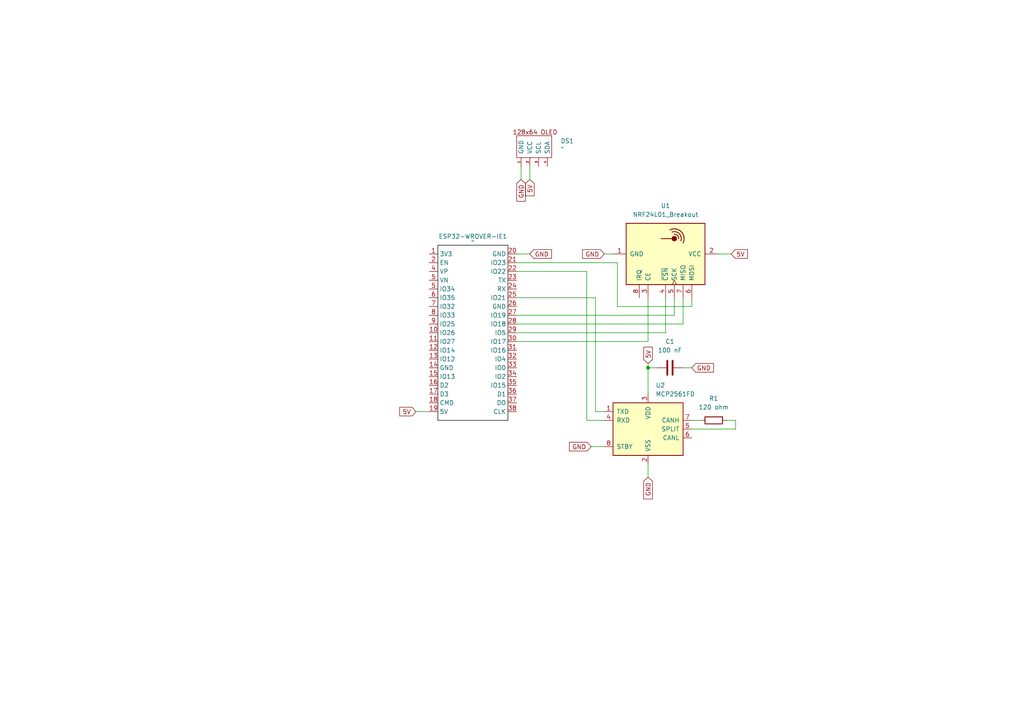
<source format=kicad_sch>
(kicad_sch
	(version 20231120)
	(generator "eeschema")
	(generator_version "8.0")
	(uuid "8a9b918f-c6d2-491a-b2b9-1e2ab7f22792")
	(paper "A4")
	(lib_symbols
		(symbol "Bread:OLED_128x64"
			(pin_names
				(offset 1.016)
			)
			(exclude_from_sim no)
			(in_bom yes)
			(on_board yes)
			(property "Reference" "DS"
				(at -6.604 2.032 0)
				(effects
					(font
						(size 1.27 1.27)
					)
				)
			)
			(property "Value" ""
				(at -6.35 -2.54 0)
				(effects
					(font
						(size 1.27 1.27)
					)
				)
			)
			(property "Footprint" ""
				(at -6.35 -2.54 0)
				(effects
					(font
						(size 1.27 1.27)
					)
					(hide yes)
				)
			)
			(property "Datasheet" ""
				(at -6.35 -2.54 0)
				(effects
					(font
						(size 1.27 1.27)
					)
					(hide yes)
				)
			)
			(property "Description" ""
				(at -6.35 -2.54 0)
				(effects
					(font
						(size 1.27 1.27)
					)
					(hide yes)
				)
			)
			(symbol "OLED_128x64_1_1"
				(rectangle
					(start -11.43 -1.27)
					(end -1.27 -7.62)
					(stroke
						(width 0)
						(type default)
					)
					(fill
						(type none)
					)
				)
				(text "128x64 OLED"
					(at -6.096 -0.254 0)
					(effects
						(font
							(size 1.27 1.27)
						)
					)
				)
				(pin power_in line
					(at -10.16 -10.16 90)
					(length 2.54)
					(name "GND"
						(effects
							(font
								(size 1.27 1.27)
							)
						)
					)
					(number "1"
						(effects
							(font
								(size 0.635 0.635)
							)
						)
					)
				)
				(pin power_in line
					(at -7.62 -10.16 90)
					(length 2.54)
					(name "VCC"
						(effects
							(font
								(size 1.27 1.27)
							)
						)
					)
					(number "2"
						(effects
							(font
								(size 0.635 0.635)
							)
						)
					)
				)
				(pin bidirectional line
					(at -5.08 -10.16 90)
					(length 2.54)
					(name "SCL"
						(effects
							(font
								(size 1.27 1.27)
							)
						)
					)
					(number "3"
						(effects
							(font
								(size 0.635 0.635)
							)
						)
					)
				)
				(pin bidirectional line
					(at -2.54 -10.16 90)
					(length 2.54)
					(name "SDA"
						(effects
							(font
								(size 1.27 1.27)
							)
						)
					)
					(number "4"
						(effects
							(font
								(size 0.635 0.635)
							)
						)
					)
				)
			)
		)
		(symbol "Device:C"
			(pin_numbers hide)
			(pin_names
				(offset 0.254)
			)
			(exclude_from_sim no)
			(in_bom yes)
			(on_board yes)
			(property "Reference" "C"
				(at 0.635 2.54 0)
				(effects
					(font
						(size 1.27 1.27)
					)
					(justify left)
				)
			)
			(property "Value" "C"
				(at 0.635 -2.54 0)
				(effects
					(font
						(size 1.27 1.27)
					)
					(justify left)
				)
			)
			(property "Footprint" ""
				(at 0.9652 -3.81 0)
				(effects
					(font
						(size 1.27 1.27)
					)
					(hide yes)
				)
			)
			(property "Datasheet" "~"
				(at 0 0 0)
				(effects
					(font
						(size 1.27 1.27)
					)
					(hide yes)
				)
			)
			(property "Description" "Unpolarized capacitor"
				(at 0 0 0)
				(effects
					(font
						(size 1.27 1.27)
					)
					(hide yes)
				)
			)
			(property "ki_keywords" "cap capacitor"
				(at 0 0 0)
				(effects
					(font
						(size 1.27 1.27)
					)
					(hide yes)
				)
			)
			(property "ki_fp_filters" "C_*"
				(at 0 0 0)
				(effects
					(font
						(size 1.27 1.27)
					)
					(hide yes)
				)
			)
			(symbol "C_0_1"
				(polyline
					(pts
						(xy -2.032 -0.762) (xy 2.032 -0.762)
					)
					(stroke
						(width 0.508)
						(type default)
					)
					(fill
						(type none)
					)
				)
				(polyline
					(pts
						(xy -2.032 0.762) (xy 2.032 0.762)
					)
					(stroke
						(width 0.508)
						(type default)
					)
					(fill
						(type none)
					)
				)
			)
			(symbol "C_1_1"
				(pin passive line
					(at 0 3.81 270)
					(length 2.794)
					(name "~"
						(effects
							(font
								(size 1.27 1.27)
							)
						)
					)
					(number "1"
						(effects
							(font
								(size 1.27 1.27)
							)
						)
					)
				)
				(pin passive line
					(at 0 -3.81 90)
					(length 2.794)
					(name "~"
						(effects
							(font
								(size 1.27 1.27)
							)
						)
					)
					(number "2"
						(effects
							(font
								(size 1.27 1.27)
							)
						)
					)
				)
			)
		)
		(symbol "Device:R"
			(pin_numbers hide)
			(pin_names
				(offset 0)
			)
			(exclude_from_sim no)
			(in_bom yes)
			(on_board yes)
			(property "Reference" "R"
				(at 2.032 0 90)
				(effects
					(font
						(size 1.27 1.27)
					)
				)
			)
			(property "Value" "R"
				(at 0 0 90)
				(effects
					(font
						(size 1.27 1.27)
					)
				)
			)
			(property "Footprint" ""
				(at -1.778 0 90)
				(effects
					(font
						(size 1.27 1.27)
					)
					(hide yes)
				)
			)
			(property "Datasheet" "~"
				(at 0 0 0)
				(effects
					(font
						(size 1.27 1.27)
					)
					(hide yes)
				)
			)
			(property "Description" "Resistor"
				(at 0 0 0)
				(effects
					(font
						(size 1.27 1.27)
					)
					(hide yes)
				)
			)
			(property "ki_keywords" "R res resistor"
				(at 0 0 0)
				(effects
					(font
						(size 1.27 1.27)
					)
					(hide yes)
				)
			)
			(property "ki_fp_filters" "R_*"
				(at 0 0 0)
				(effects
					(font
						(size 1.27 1.27)
					)
					(hide yes)
				)
			)
			(symbol "R_0_1"
				(rectangle
					(start -1.016 -2.54)
					(end 1.016 2.54)
					(stroke
						(width 0.254)
						(type default)
					)
					(fill
						(type none)
					)
				)
			)
			(symbol "R_1_1"
				(pin passive line
					(at 0 3.81 270)
					(length 1.27)
					(name "~"
						(effects
							(font
								(size 1.27 1.27)
							)
						)
					)
					(number "1"
						(effects
							(font
								(size 1.27 1.27)
							)
						)
					)
				)
				(pin passive line
					(at 0 -3.81 90)
					(length 1.27)
					(name "~"
						(effects
							(font
								(size 1.27 1.27)
							)
						)
					)
					(number "2"
						(effects
							(font
								(size 1.27 1.27)
							)
						)
					)
				)
			)
		)
		(symbol "Interface_CAN_LIN:MCP2561-E-MF"
			(pin_names
				(offset 1.016)
			)
			(exclude_from_sim no)
			(in_bom yes)
			(on_board yes)
			(property "Reference" "U"
				(at -10.16 8.89 0)
				(effects
					(font
						(size 1.27 1.27)
					)
					(justify left)
				)
			)
			(property "Value" "MCP2561-E-MF"
				(at 2.54 8.89 0)
				(effects
					(font
						(size 1.27 1.27)
					)
					(justify left)
				)
			)
			(property "Footprint" "Package_DFN_QFN:DFN-8-1EP_3x3mm_P0.65mm_EP1.55x2.4mm"
				(at 5.08 -17.78 0)
				(effects
					(font
						(size 1.27 1.27)
					)
					(justify left)
					(hide yes)
				)
			)
			(property "Datasheet" "http://ww1.microchip.com/downloads/en/DeviceDoc/25167A.pdf"
				(at 5.08 -15.24 0)
				(effects
					(font
						(size 1.27 1.27)
					)
					(justify left)
					(hide yes)
				)
			)
			(property "Description" "High-Speed CAN Transceiver, 1Mbps, 5V supply, SPLIT pin, -40C to +125C, DFN-8"
				(at 0 0 0)
				(effects
					(font
						(size 1.27 1.27)
					)
					(hide yes)
				)
			)
			(property "ki_keywords" "High-Speed CAN Transceiver"
				(at 0 0 0)
				(effects
					(font
						(size 1.27 1.27)
					)
					(hide yes)
				)
			)
			(property "ki_fp_filters" "DFN*1EP*3x3mm*P0.65mm*"
				(at 0 0 0)
				(effects
					(font
						(size 1.27 1.27)
					)
					(hide yes)
				)
			)
			(symbol "MCP2561-E-MF_0_1"
				(rectangle
					(start -10.16 7.62)
					(end 10.16 -7.62)
					(stroke
						(width 0.254)
						(type default)
					)
					(fill
						(type background)
					)
				)
			)
			(symbol "MCP2561-E-MF_1_1"
				(pin input line
					(at -12.7 5.08 0)
					(length 2.54)
					(name "TXD"
						(effects
							(font
								(size 1.27 1.27)
							)
						)
					)
					(number "1"
						(effects
							(font
								(size 1.27 1.27)
							)
						)
					)
				)
				(pin power_in line
					(at 0 -10.16 90)
					(length 2.54)
					(name "VSS"
						(effects
							(font
								(size 1.27 1.27)
							)
						)
					)
					(number "2"
						(effects
							(font
								(size 1.27 1.27)
							)
						)
					)
				)
				(pin power_in line
					(at 0 10.16 270)
					(length 2.54)
					(name "VDD"
						(effects
							(font
								(size 1.27 1.27)
							)
						)
					)
					(number "3"
						(effects
							(font
								(size 1.27 1.27)
							)
						)
					)
				)
				(pin output line
					(at -12.7 2.54 0)
					(length 2.54)
					(name "RXD"
						(effects
							(font
								(size 1.27 1.27)
							)
						)
					)
					(number "4"
						(effects
							(font
								(size 1.27 1.27)
							)
						)
					)
				)
				(pin passive line
					(at 12.7 0 180)
					(length 2.54)
					(name "SPLIT"
						(effects
							(font
								(size 1.27 1.27)
							)
						)
					)
					(number "5"
						(effects
							(font
								(size 1.27 1.27)
							)
						)
					)
				)
				(pin bidirectional line
					(at 12.7 -2.54 180)
					(length 2.54)
					(name "CANL"
						(effects
							(font
								(size 1.27 1.27)
							)
						)
					)
					(number "6"
						(effects
							(font
								(size 1.27 1.27)
							)
						)
					)
				)
				(pin bidirectional line
					(at 12.7 2.54 180)
					(length 2.54)
					(name "CANH"
						(effects
							(font
								(size 1.27 1.27)
							)
						)
					)
					(number "7"
						(effects
							(font
								(size 1.27 1.27)
							)
						)
					)
				)
				(pin input line
					(at -12.7 -5.08 0)
					(length 2.54)
					(name "STBY"
						(effects
							(font
								(size 1.27 1.27)
							)
						)
					)
					(number "8"
						(effects
							(font
								(size 1.27 1.27)
							)
						)
					)
				)
				(pin passive line
					(at 0 -10.16 90)
					(length 2.54) hide
					(name "VSS"
						(effects
							(font
								(size 1.27 1.27)
							)
						)
					)
					(number "9"
						(effects
							(font
								(size 1.27 1.27)
							)
						)
					)
				)
			)
		)
		(symbol "RF:NRF24L01_Breakout"
			(pin_names
				(offset 1.016)
			)
			(exclude_from_sim no)
			(in_bom yes)
			(on_board yes)
			(property "Reference" "U"
				(at -8.89 12.7 0)
				(effects
					(font
						(size 1.27 1.27)
					)
					(justify left)
				)
			)
			(property "Value" "NRF24L01_Breakout"
				(at 3.81 12.7 0)
				(effects
					(font
						(size 1.27 1.27)
					)
					(justify left)
				)
			)
			(property "Footprint" "RF_Module:nRF24L01_Breakout"
				(at 3.81 15.24 0)
				(effects
					(font
						(size 1.27 1.27)
						(italic yes)
					)
					(justify left)
					(hide yes)
				)
			)
			(property "Datasheet" "http://www.nordicsemi.com/eng/content/download/2730/34105/file/nRF24L01_Product_Specification_v2_0.pdf"
				(at 0 -2.54 0)
				(effects
					(font
						(size 1.27 1.27)
					)
					(hide yes)
				)
			)
			(property "Description" "Ultra low power 2.4GHz RF Transceiver, Carrier PCB"
				(at 0 0 0)
				(effects
					(font
						(size 1.27 1.27)
					)
					(hide yes)
				)
			)
			(property "ki_keywords" "Low Power RF Transceiver breakout carrier"
				(at 0 0 0)
				(effects
					(font
						(size 1.27 1.27)
					)
					(hide yes)
				)
			)
			(property "ki_fp_filters" "nRF24L01*Breakout*"
				(at 0 0 0)
				(effects
					(font
						(size 1.27 1.27)
					)
					(hide yes)
				)
			)
			(symbol "NRF24L01_Breakout_0_1"
				(rectangle
					(start -8.89 11.43)
					(end 8.89 -11.43)
					(stroke
						(width 0.254)
						(type default)
					)
					(fill
						(type background)
					)
				)
				(polyline
					(pts
						(xy 4.445 1.905) (xy 4.445 -1.27)
					)
					(stroke
						(width 0.254)
						(type default)
					)
					(fill
						(type none)
					)
				)
				(circle
					(center 4.445 2.54)
					(radius 0.635)
					(stroke
						(width 0.254)
						(type default)
					)
					(fill
						(type outline)
					)
				)
				(arc
					(start 5.715 2.54)
					(mid 5.3521 3.4546)
					(end 4.445 3.81)
					(stroke
						(width 0.254)
						(type default)
					)
					(fill
						(type none)
					)
				)
				(arc
					(start 6.35 1.905)
					(mid 5.8763 3.9854)
					(end 3.81 4.445)
					(stroke
						(width 0.254)
						(type default)
					)
					(fill
						(type none)
					)
				)
				(arc
					(start 6.985 1.27)
					(mid 6.453 4.548)
					(end 3.175 5.08)
					(stroke
						(width 0.254)
						(type default)
					)
					(fill
						(type none)
					)
				)
			)
			(symbol "NRF24L01_Breakout_1_1"
				(pin power_in line
					(at 0 -15.24 90)
					(length 3.81)
					(name "GND"
						(effects
							(font
								(size 1.27 1.27)
							)
						)
					)
					(number "1"
						(effects
							(font
								(size 1.27 1.27)
							)
						)
					)
				)
				(pin power_in line
					(at 0 15.24 270)
					(length 3.81)
					(name "VCC"
						(effects
							(font
								(size 1.27 1.27)
							)
						)
					)
					(number "2"
						(effects
							(font
								(size 1.27 1.27)
							)
						)
					)
				)
				(pin input line
					(at -12.7 -5.08 0)
					(length 3.81)
					(name "CE"
						(effects
							(font
								(size 1.27 1.27)
							)
						)
					)
					(number "3"
						(effects
							(font
								(size 1.27 1.27)
							)
						)
					)
				)
				(pin input line
					(at -12.7 0 0)
					(length 3.81)
					(name "~{CSN}"
						(effects
							(font
								(size 1.27 1.27)
							)
						)
					)
					(number "4"
						(effects
							(font
								(size 1.27 1.27)
							)
						)
					)
				)
				(pin input clock
					(at -12.7 2.54 0)
					(length 3.81)
					(name "SCK"
						(effects
							(font
								(size 1.27 1.27)
							)
						)
					)
					(number "5"
						(effects
							(font
								(size 1.27 1.27)
							)
						)
					)
				)
				(pin input line
					(at -12.7 7.62 0)
					(length 3.81)
					(name "MOSI"
						(effects
							(font
								(size 1.27 1.27)
							)
						)
					)
					(number "6"
						(effects
							(font
								(size 1.27 1.27)
							)
						)
					)
				)
				(pin output line
					(at -12.7 5.08 0)
					(length 3.81)
					(name "MISO"
						(effects
							(font
								(size 1.27 1.27)
							)
						)
					)
					(number "7"
						(effects
							(font
								(size 1.27 1.27)
							)
						)
					)
				)
				(pin output line
					(at -12.7 -7.62 0)
					(length 3.81)
					(name "IRQ"
						(effects
							(font
								(size 1.27 1.27)
							)
						)
					)
					(number "8"
						(effects
							(font
								(size 1.27 1.27)
							)
						)
					)
				)
			)
		)
		(symbol "esp32:ESP32-WROVER-IE"
			(exclude_from_sim no)
			(in_bom yes)
			(on_board yes)
			(property "Reference" "ESP32-WROVER-IE"
				(at 10.414 1.524 0)
				(effects
					(font
						(size 1.27 1.27)
					)
				)
			)
			(property "Value" ""
				(at 6.35 -3.81 0)
				(effects
					(font
						(size 1.27 1.27)
					)
				)
			)
			(property "Footprint" ""
				(at 6.35 -3.81 0)
				(effects
					(font
						(size 1.27 1.27)
					)
					(hide yes)
				)
			)
			(property "Datasheet" ""
				(at 6.35 -3.81 0)
				(effects
					(font
						(size 1.27 1.27)
					)
					(hide yes)
				)
			)
			(property "Description" ""
				(at 6.35 -3.81 0)
				(effects
					(font
						(size 1.27 1.27)
					)
					(hide yes)
				)
			)
			(symbol "ESP32-WROVER-IE_1_1"
				(rectangle
					(start 0 0)
					(end 20.32 -50.8)
					(stroke
						(width 0)
						(type default)
						(color 0 0 0 1)
					)
					(fill
						(type none)
					)
				)
				(pin bidirectional line
					(at -2.54 -2.54 0)
					(length 2.54)
					(name "3V3"
						(effects
							(font
								(size 1.27 1.27)
							)
						)
					)
					(number "1"
						(effects
							(font
								(size 1.27 1.27)
							)
						)
					)
				)
				(pin bidirectional line
					(at -2.54 -25.4 0)
					(length 2.54)
					(name "IO26"
						(effects
							(font
								(size 1.27 1.27)
							)
						)
					)
					(number "10"
						(effects
							(font
								(size 1.27 1.27)
							)
						)
					)
				)
				(pin bidirectional line
					(at -2.54 -27.94 0)
					(length 2.54)
					(name "IO27"
						(effects
							(font
								(size 1.27 1.27)
							)
						)
					)
					(number "11"
						(effects
							(font
								(size 1.27 1.27)
							)
						)
					)
				)
				(pin bidirectional line
					(at -2.54 -30.48 0)
					(length 2.54)
					(name "IO14"
						(effects
							(font
								(size 1.27 1.27)
							)
						)
					)
					(number "12"
						(effects
							(font
								(size 1.27 1.27)
							)
						)
					)
				)
				(pin bidirectional line
					(at -2.54 -33.02 0)
					(length 2.54)
					(name "IO12"
						(effects
							(font
								(size 1.27 1.27)
							)
						)
					)
					(number "13"
						(effects
							(font
								(size 1.27 1.27)
							)
						)
					)
				)
				(pin bidirectional line
					(at -2.54 -35.56 0)
					(length 2.54)
					(name "GND"
						(effects
							(font
								(size 1.27 1.27)
							)
						)
					)
					(number "14"
						(effects
							(font
								(size 1.27 1.27)
							)
						)
					)
				)
				(pin bidirectional line
					(at -2.54 -38.1 0)
					(length 2.54)
					(name "IO13"
						(effects
							(font
								(size 1.27 1.27)
							)
						)
					)
					(number "15"
						(effects
							(font
								(size 1.27 1.27)
							)
						)
					)
				)
				(pin bidirectional line
					(at -2.54 -40.64 0)
					(length 2.54)
					(name "D2"
						(effects
							(font
								(size 1.27 1.27)
							)
						)
					)
					(number "16"
						(effects
							(font
								(size 1.27 1.27)
							)
						)
					)
				)
				(pin bidirectional line
					(at -2.54 -43.18 0)
					(length 2.54)
					(name "D3"
						(effects
							(font
								(size 1.27 1.27)
							)
						)
					)
					(number "17"
						(effects
							(font
								(size 1.27 1.27)
							)
						)
					)
				)
				(pin bidirectional line
					(at -2.54 -45.72 0)
					(length 2.54)
					(name "CMD"
						(effects
							(font
								(size 1.27 1.27)
							)
						)
					)
					(number "18"
						(effects
							(font
								(size 1.27 1.27)
							)
						)
					)
				)
				(pin bidirectional line
					(at -2.54 -48.26 0)
					(length 2.54)
					(name "5V"
						(effects
							(font
								(size 1.27 1.27)
							)
						)
					)
					(number "19"
						(effects
							(font
								(size 1.27 1.27)
							)
						)
					)
				)
				(pin bidirectional line
					(at -2.54 -5.08 0)
					(length 2.54)
					(name "EN"
						(effects
							(font
								(size 1.27 1.27)
							)
						)
					)
					(number "2"
						(effects
							(font
								(size 1.27 1.27)
							)
						)
					)
				)
				(pin bidirectional line
					(at 22.86 -2.54 180)
					(length 2.54)
					(name "GND"
						(effects
							(font
								(size 1.27 1.27)
							)
						)
					)
					(number "20"
						(effects
							(font
								(size 1.27 1.27)
							)
						)
					)
				)
				(pin bidirectional line
					(at 22.86 -5.08 180)
					(length 2.54)
					(name "IO23"
						(effects
							(font
								(size 1.27 1.27)
							)
						)
					)
					(number "21"
						(effects
							(font
								(size 1.27 1.27)
							)
						)
					)
				)
				(pin bidirectional line
					(at 22.86 -7.62 180)
					(length 2.54)
					(name "IO22"
						(effects
							(font
								(size 1.27 1.27)
							)
						)
					)
					(number "22"
						(effects
							(font
								(size 1.27 1.27)
							)
						)
					)
				)
				(pin bidirectional line
					(at 22.86 -10.16 180)
					(length 2.54)
					(name "TX"
						(effects
							(font
								(size 1.27 1.27)
							)
						)
					)
					(number "23"
						(effects
							(font
								(size 1.27 1.27)
							)
						)
					)
				)
				(pin bidirectional line
					(at 22.86 -12.7 180)
					(length 2.54)
					(name "RX"
						(effects
							(font
								(size 1.27 1.27)
							)
						)
					)
					(number "24"
						(effects
							(font
								(size 1.27 1.27)
							)
						)
					)
				)
				(pin bidirectional line
					(at 22.86 -15.24 180)
					(length 2.54)
					(name "IO21"
						(effects
							(font
								(size 1.27 1.27)
							)
						)
					)
					(number "25"
						(effects
							(font
								(size 1.27 1.27)
							)
						)
					)
				)
				(pin bidirectional line
					(at 22.86 -17.78 180)
					(length 2.54)
					(name "GND"
						(effects
							(font
								(size 1.27 1.27)
							)
						)
					)
					(number "26"
						(effects
							(font
								(size 1.27 1.27)
							)
						)
					)
				)
				(pin bidirectional line
					(at 22.86 -20.32 180)
					(length 2.54)
					(name "IO19"
						(effects
							(font
								(size 1.27 1.27)
							)
						)
					)
					(number "27"
						(effects
							(font
								(size 1.27 1.27)
							)
						)
					)
				)
				(pin bidirectional line
					(at 22.86 -22.86 180)
					(length 2.54)
					(name "IO18"
						(effects
							(font
								(size 1.27 1.27)
							)
						)
					)
					(number "28"
						(effects
							(font
								(size 1.27 1.27)
							)
						)
					)
				)
				(pin bidirectional line
					(at 22.86 -25.4 180)
					(length 2.54)
					(name "IO5"
						(effects
							(font
								(size 1.27 1.27)
							)
						)
					)
					(number "29"
						(effects
							(font
								(size 1.27 1.27)
							)
						)
					)
				)
				(pin bidirectional line
					(at 22.86 -27.94 180)
					(length 2.54)
					(name "IO17"
						(effects
							(font
								(size 1.27 1.27)
							)
						)
					)
					(number "30"
						(effects
							(font
								(size 1.27 1.27)
							)
						)
					)
				)
				(pin bidirectional line
					(at 22.86 -30.48 180)
					(length 2.54)
					(name "IO16"
						(effects
							(font
								(size 1.27 1.27)
							)
						)
					)
					(number "31"
						(effects
							(font
								(size 1.27 1.27)
							)
						)
					)
				)
				(pin bidirectional line
					(at 22.86 -33.02 180)
					(length 2.54)
					(name "IO4"
						(effects
							(font
								(size 1.27 1.27)
							)
						)
					)
					(number "32"
						(effects
							(font
								(size 1.27 1.27)
							)
						)
					)
				)
				(pin bidirectional line
					(at 22.86 -35.56 180)
					(length 2.54)
					(name "IO0"
						(effects
							(font
								(size 1.27 1.27)
							)
						)
					)
					(number "33"
						(effects
							(font
								(size 1.27 1.27)
							)
						)
					)
				)
				(pin bidirectional line
					(at 22.86 -38.1 180)
					(length 2.54)
					(name "IO2"
						(effects
							(font
								(size 1.27 1.27)
							)
						)
					)
					(number "34"
						(effects
							(font
								(size 1.27 1.27)
							)
						)
					)
				)
				(pin bidirectional line
					(at 22.86 -40.64 180)
					(length 2.54)
					(name "IO15"
						(effects
							(font
								(size 1.27 1.27)
							)
						)
					)
					(number "35"
						(effects
							(font
								(size 1.27 1.27)
							)
						)
					)
				)
				(pin bidirectional line
					(at 22.86 -43.18 180)
					(length 2.54)
					(name "D1"
						(effects
							(font
								(size 1.27 1.27)
							)
						)
					)
					(number "36"
						(effects
							(font
								(size 1.27 1.27)
							)
						)
					)
				)
				(pin bidirectional line
					(at 22.86 -45.72 180)
					(length 2.54)
					(name "DO"
						(effects
							(font
								(size 1.27 1.27)
							)
						)
					)
					(number "37"
						(effects
							(font
								(size 1.27 1.27)
							)
						)
					)
				)
				(pin bidirectional line
					(at 22.86 -48.26 180)
					(length 2.54)
					(name "CLK"
						(effects
							(font
								(size 1.27 1.27)
							)
						)
					)
					(number "38"
						(effects
							(font
								(size 1.27 1.27)
							)
						)
					)
				)
				(pin bidirectional line
					(at -2.54 -7.62 0)
					(length 2.54)
					(name "VP"
						(effects
							(font
								(size 1.27 1.27)
							)
						)
					)
					(number "4"
						(effects
							(font
								(size 1.27 1.27)
							)
						)
					)
				)
				(pin bidirectional line
					(at -2.54 -12.7 0)
					(length 2.54)
					(name "IO34"
						(effects
							(font
								(size 1.27 1.27)
							)
						)
					)
					(number "5"
						(effects
							(font
								(size 1.27 1.27)
							)
						)
					)
				)
				(pin bidirectional line
					(at -2.54 -10.16 0)
					(length 2.54)
					(name "VN"
						(effects
							(font
								(size 1.27 1.27)
							)
						)
					)
					(number "5"
						(effects
							(font
								(size 1.27 1.27)
							)
						)
					)
				)
				(pin bidirectional line
					(at -2.54 -15.24 0)
					(length 2.54)
					(name "IO35"
						(effects
							(font
								(size 1.27 1.27)
							)
						)
					)
					(number "6"
						(effects
							(font
								(size 1.27 1.27)
							)
						)
					)
				)
				(pin bidirectional line
					(at -2.54 -17.78 0)
					(length 2.54)
					(name "IO32"
						(effects
							(font
								(size 1.27 1.27)
							)
						)
					)
					(number "7"
						(effects
							(font
								(size 1.27 1.27)
							)
						)
					)
				)
				(pin bidirectional line
					(at -2.54 -20.32 0)
					(length 2.54)
					(name "IO33"
						(effects
							(font
								(size 1.27 1.27)
							)
						)
					)
					(number "8"
						(effects
							(font
								(size 1.27 1.27)
							)
						)
					)
				)
				(pin bidirectional line
					(at -2.54 -22.86 0)
					(length 2.54)
					(name "IO25"
						(effects
							(font
								(size 1.27 1.27)
							)
						)
					)
					(number "9"
						(effects
							(font
								(size 1.27 1.27)
							)
						)
					)
				)
			)
		)
	)
	(junction
		(at 187.96 106.68)
		(diameter 0)
		(color 0 0 0 0)
		(uuid "124b8eb4-be91-4b9f-b1bf-d887ba84d0bd")
	)
	(wire
		(pts
			(xy 193.04 96.52) (xy 193.04 86.36)
		)
		(stroke
			(width 0)
			(type default)
		)
		(uuid "0a4c50fc-b22f-424f-a041-c88c4d67bfc5")
	)
	(wire
		(pts
			(xy 149.86 96.52) (xy 193.04 96.52)
		)
		(stroke
			(width 0)
			(type default)
		)
		(uuid "17324bbd-b4bb-487b-8781-2e5698050339")
	)
	(wire
		(pts
			(xy 187.96 106.68) (xy 187.96 114.3)
		)
		(stroke
			(width 0)
			(type default)
		)
		(uuid "2d3659e4-6433-4f14-b3cb-590c29626365")
	)
	(wire
		(pts
			(xy 171.45 129.54) (xy 175.26 129.54)
		)
		(stroke
			(width 0)
			(type default)
		)
		(uuid "339913eb-5451-4468-bb48-243b1d15d7fa")
	)
	(wire
		(pts
			(xy 187.96 134.62) (xy 187.96 138.43)
		)
		(stroke
			(width 0)
			(type default)
		)
		(uuid "37656133-47cb-49f1-9968-b6cfd16eb373")
	)
	(wire
		(pts
			(xy 187.96 106.68) (xy 190.5 106.68)
		)
		(stroke
			(width 0)
			(type default)
		)
		(uuid "38f9fd1b-55d5-4e77-8324-2f5f53fe52c5")
	)
	(wire
		(pts
			(xy 151.13 48.26) (xy 151.13 52.07)
		)
		(stroke
			(width 0)
			(type default)
		)
		(uuid "390a0e74-e93c-42e3-bd68-30f7d5b1d4da")
	)
	(wire
		(pts
			(xy 149.86 73.66) (xy 153.67 73.66)
		)
		(stroke
			(width 0)
			(type default)
		)
		(uuid "3b063bed-b5ba-4b4c-bad9-7f484daa2af8")
	)
	(wire
		(pts
			(xy 170.18 78.74) (xy 170.18 121.92)
		)
		(stroke
			(width 0)
			(type default)
		)
		(uuid "3b83d969-7e33-46d3-b4ca-1f19e372816e")
	)
	(wire
		(pts
			(xy 153.67 48.26) (xy 153.67 52.07)
		)
		(stroke
			(width 0)
			(type default)
		)
		(uuid "4e0cb383-ec80-4afe-a753-a14c5b09bb6d")
	)
	(wire
		(pts
			(xy 195.58 91.44) (xy 149.86 91.44)
		)
		(stroke
			(width 0)
			(type default)
		)
		(uuid "533840c0-0bde-4ec7-8931-7b058801fb4f")
	)
	(wire
		(pts
			(xy 213.36 121.92) (xy 210.82 121.92)
		)
		(stroke
			(width 0)
			(type default)
		)
		(uuid "544101f3-8225-4ef1-9c99-b53cfec253b7")
	)
	(wire
		(pts
			(xy 149.86 76.2) (xy 179.07 76.2)
		)
		(stroke
			(width 0)
			(type default)
		)
		(uuid "614f68f6-bc6d-4ff4-9635-d34db64af4c6")
	)
	(wire
		(pts
			(xy 179.07 88.9) (xy 179.07 76.2)
		)
		(stroke
			(width 0)
			(type default)
		)
		(uuid "62993349-6053-4b7e-ae50-293d0a592e38")
	)
	(wire
		(pts
			(xy 200.66 86.36) (xy 200.66 88.9)
		)
		(stroke
			(width 0)
			(type default)
		)
		(uuid "6ac7d21a-e134-4d7d-b6b6-887ca67f0c78")
	)
	(wire
		(pts
			(xy 172.72 119.38) (xy 175.26 119.38)
		)
		(stroke
			(width 0)
			(type default)
		)
		(uuid "7843b153-cb5f-43e3-b6de-7006b53a2f6a")
	)
	(wire
		(pts
			(xy 198.12 86.36) (xy 198.12 93.98)
		)
		(stroke
			(width 0)
			(type default)
		)
		(uuid "7adeab32-42b1-46b0-82d6-93af87e8f8c5")
	)
	(wire
		(pts
			(xy 198.12 93.98) (xy 149.86 93.98)
		)
		(stroke
			(width 0)
			(type default)
		)
		(uuid "8027cd64-fecb-436a-88b3-40fe5500bb53")
	)
	(wire
		(pts
			(xy 195.58 86.36) (xy 195.58 91.44)
		)
		(stroke
			(width 0)
			(type default)
		)
		(uuid "8e155432-280c-4baf-9089-04a06a703ce7")
	)
	(wire
		(pts
			(xy 187.96 105.41) (xy 187.96 106.68)
		)
		(stroke
			(width 0)
			(type default)
		)
		(uuid "92ad9fdc-5d24-4954-a5b2-8be4a6e4df82")
	)
	(wire
		(pts
			(xy 172.72 86.36) (xy 149.86 86.36)
		)
		(stroke
			(width 0)
			(type default)
		)
		(uuid "99f276ea-17b8-40bf-8dce-4b8867d33d22")
	)
	(wire
		(pts
			(xy 120.65 119.38) (xy 124.46 119.38)
		)
		(stroke
			(width 0)
			(type default)
		)
		(uuid "9c092d57-92de-41c8-98d9-16facc03243a")
	)
	(wire
		(pts
			(xy 213.36 121.92) (xy 213.36 124.46)
		)
		(stroke
			(width 0)
			(type default)
		)
		(uuid "a5c02c46-4675-40ce-b524-6cdd84cfdfc0")
	)
	(wire
		(pts
			(xy 187.96 99.06) (xy 187.96 86.36)
		)
		(stroke
			(width 0)
			(type default)
		)
		(uuid "b260c9b4-8fdf-4393-b7ea-f58e5cfedbba")
	)
	(wire
		(pts
			(xy 149.86 99.06) (xy 187.96 99.06)
		)
		(stroke
			(width 0)
			(type default)
		)
		(uuid "ba8b762d-ac64-4919-b01f-1e6fd592395e")
	)
	(wire
		(pts
			(xy 149.86 78.74) (xy 170.18 78.74)
		)
		(stroke
			(width 0)
			(type default)
		)
		(uuid "c2466317-16fa-4f56-87f0-1512be2eaab6")
	)
	(wire
		(pts
			(xy 175.26 73.66) (xy 177.8 73.66)
		)
		(stroke
			(width 0)
			(type default)
		)
		(uuid "c8d3c199-9ae8-4881-adf7-0c2570d5d94f")
	)
	(wire
		(pts
			(xy 198.12 106.68) (xy 200.66 106.68)
		)
		(stroke
			(width 0)
			(type default)
		)
		(uuid "caabd113-9fc2-468a-a919-6e2a6d7239e2")
	)
	(wire
		(pts
			(xy 200.66 88.9) (xy 179.07 88.9)
		)
		(stroke
			(width 0)
			(type default)
		)
		(uuid "e047a5c1-fa25-49ac-a508-96938ba8968c")
	)
	(wire
		(pts
			(xy 170.18 121.92) (xy 175.26 121.92)
		)
		(stroke
			(width 0)
			(type default)
		)
		(uuid "ef1e5d51-bc3a-4794-9cac-50fcb1e335c2")
	)
	(wire
		(pts
			(xy 172.72 119.38) (xy 172.72 86.36)
		)
		(stroke
			(width 0)
			(type default)
		)
		(uuid "f30a1be4-aba8-492e-b387-182aa3203681")
	)
	(wire
		(pts
			(xy 200.66 121.92) (xy 203.2 121.92)
		)
		(stroke
			(width 0)
			(type default)
		)
		(uuid "f7ce7767-ebed-4451-b5de-9e07d3949785")
	)
	(wire
		(pts
			(xy 208.28 73.66) (xy 212.09 73.66)
		)
		(stroke
			(width 0)
			(type default)
		)
		(uuid "fa61a216-1b6f-46b2-863c-5cc932291943")
	)
	(wire
		(pts
			(xy 213.36 124.46) (xy 200.66 124.46)
		)
		(stroke
			(width 0)
			(type default)
		)
		(uuid "fce83c9f-c95b-49c2-bc20-f0f770a35695")
	)
	(global_label "5V"
		(shape input)
		(at 187.96 105.41 90)
		(fields_autoplaced yes)
		(effects
			(font
				(size 1.27 1.27)
			)
			(justify left)
		)
		(uuid "00048a3b-d15c-4072-8f55-9fba0f3cec54")
		(property "Intersheetrefs" "${INTERSHEET_REFS}"
			(at 187.96 100.1267 90)
			(effects
				(font
					(size 1.27 1.27)
				)
				(justify left)
				(hide yes)
			)
		)
	)
	(global_label "5V"
		(shape input)
		(at 120.65 119.38 180)
		(fields_autoplaced yes)
		(effects
			(font
				(size 1.27 1.27)
			)
			(justify right)
		)
		(uuid "1176986e-5fd3-4c61-9f9d-ff035f08afef")
		(property "Intersheetrefs" "${INTERSHEET_REFS}"
			(at 115.3667 119.38 0)
			(effects
				(font
					(size 1.27 1.27)
				)
				(justify right)
				(hide yes)
			)
		)
	)
	(global_label "5V"
		(shape input)
		(at 212.09 73.66 0)
		(fields_autoplaced yes)
		(effects
			(font
				(size 1.27 1.27)
			)
			(justify left)
		)
		(uuid "15847a5d-c8e7-4308-bf96-e959781bbf18")
		(property "Intersheetrefs" "${INTERSHEET_REFS}"
			(at 217.3733 73.66 0)
			(effects
				(font
					(size 1.27 1.27)
				)
				(justify left)
				(hide yes)
			)
		)
	)
	(global_label "GND"
		(shape input)
		(at 151.13 52.07 270)
		(fields_autoplaced yes)
		(effects
			(font
				(size 1.27 1.27)
			)
			(justify right)
		)
		(uuid "1f6a894d-3e10-4319-81a2-1d49995e4ee2")
		(property "Intersheetrefs" "${INTERSHEET_REFS}"
			(at 151.13 58.9257 90)
			(effects
				(font
					(size 1.27 1.27)
				)
				(justify right)
				(hide yes)
			)
		)
	)
	(global_label "GND"
		(shape input)
		(at 171.45 129.54 180)
		(fields_autoplaced yes)
		(effects
			(font
				(size 1.27 1.27)
			)
			(justify right)
		)
		(uuid "3426bf75-91f6-40e6-bc11-cb8d1c656a3b")
		(property "Intersheetrefs" "${INTERSHEET_REFS}"
			(at 164.5943 129.54 0)
			(effects
				(font
					(size 1.27 1.27)
				)
				(justify right)
				(hide yes)
			)
		)
	)
	(global_label "5V"
		(shape input)
		(at 153.67 52.07 270)
		(fields_autoplaced yes)
		(effects
			(font
				(size 1.27 1.27)
			)
			(justify right)
		)
		(uuid "53b5a745-08bd-4229-a527-0a762073e1c3")
		(property "Intersheetrefs" "${INTERSHEET_REFS}"
			(at 153.67 57.3533 90)
			(effects
				(font
					(size 1.27 1.27)
				)
				(justify right)
				(hide yes)
			)
		)
	)
	(global_label "GND"
		(shape input)
		(at 200.66 106.68 0)
		(fields_autoplaced yes)
		(effects
			(font
				(size 1.27 1.27)
			)
			(justify left)
		)
		(uuid "9ac7532e-931b-433f-86fc-0fc7f4f93ee9")
		(property "Intersheetrefs" "${INTERSHEET_REFS}"
			(at 207.5157 106.68 0)
			(effects
				(font
					(size 1.27 1.27)
				)
				(justify left)
				(hide yes)
			)
		)
	)
	(global_label "GND"
		(shape input)
		(at 187.96 138.43 270)
		(fields_autoplaced yes)
		(effects
			(font
				(size 1.27 1.27)
			)
			(justify right)
		)
		(uuid "9fff6a8f-d65a-418d-9bfc-acf78458e6d2")
		(property "Intersheetrefs" "${INTERSHEET_REFS}"
			(at 187.96 145.2857 90)
			(effects
				(font
					(size 1.27 1.27)
				)
				(justify right)
				(hide yes)
			)
		)
	)
	(global_label "GND"
		(shape input)
		(at 175.26 73.66 180)
		(fields_autoplaced yes)
		(effects
			(font
				(size 1.27 1.27)
			)
			(justify right)
		)
		(uuid "d965edb1-2a5e-47f1-b831-654af84ffac1")
		(property "Intersheetrefs" "${INTERSHEET_REFS}"
			(at 168.4043 73.66 0)
			(effects
				(font
					(size 1.27 1.27)
				)
				(justify right)
				(hide yes)
			)
		)
	)
	(global_label "GND"
		(shape input)
		(at 153.67 73.66 0)
		(fields_autoplaced yes)
		(effects
			(font
				(size 1.27 1.27)
			)
			(justify left)
		)
		(uuid "ef57f1d2-6812-4a62-858a-343d4943b6a3")
		(property "Intersheetrefs" "${INTERSHEET_REFS}"
			(at 160.5257 73.66 0)
			(effects
				(font
					(size 1.27 1.27)
				)
				(justify left)
				(hide yes)
			)
		)
	)
	(symbol
		(lib_id "RF:NRF24L01_Breakout")
		(at 193.04 73.66 270)
		(mirror x)
		(unit 1)
		(exclude_from_sim no)
		(in_bom yes)
		(on_board yes)
		(dnp no)
		(fields_autoplaced yes)
		(uuid "1325dc76-a52b-405b-80c9-0838748eeef5")
		(property "Reference" "U1"
			(at 193.04 59.69 90)
			(effects
				(font
					(size 1.27 1.27)
				)
			)
		)
		(property "Value" "NRF24L01_Breakout"
			(at 193.04 62.23 90)
			(effects
				(font
					(size 1.27 1.27)
				)
			)
		)
		(property "Footprint" "RF_Module:nRF24L01_Breakout"
			(at 208.28 69.85 0)
			(effects
				(font
					(size 1.27 1.27)
					(italic yes)
				)
				(justify left)
				(hide yes)
			)
		)
		(property "Datasheet" "http://www.nordicsemi.com/eng/content/download/2730/34105/file/nRF24L01_Product_Specification_v2_0.pdf"
			(at 190.5 73.66 0)
			(effects
				(font
					(size 1.27 1.27)
				)
				(hide yes)
			)
		)
		(property "Description" "Ultra low power 2.4GHz RF Transceiver, Carrier PCB"
			(at 193.04 73.66 0)
			(effects
				(font
					(size 1.27 1.27)
				)
				(hide yes)
			)
		)
		(pin "2"
			(uuid "8ad44d28-f022-4cf9-b6c3-b84be646e519")
		)
		(pin "7"
			(uuid "a8d6470c-aee9-40d6-9464-1498903aba11")
		)
		(pin "3"
			(uuid "359e3f14-a7db-40f9-8fdb-7cb610dd3198")
		)
		(pin "1"
			(uuid "aaac7e66-960a-45a3-9b57-abeee489239b")
		)
		(pin "6"
			(uuid "e40d2790-5cf2-434e-b7ca-1da40f1faa9f")
		)
		(pin "5"
			(uuid "c3113288-1b43-4c56-905c-a647424826cc")
		)
		(pin "8"
			(uuid "952a3d72-ecb3-42a7-b31c-b1ef657759b6")
		)
		(pin "4"
			(uuid "fdb57e10-796c-43f7-b980-034680e9e02b")
		)
		(instances
			(project "slice"
				(path "/8a9b918f-c6d2-491a-b2b9-1e2ab7f22792"
					(reference "U1")
					(unit 1)
				)
			)
		)
	)
	(symbol
		(lib_id "Device:R")
		(at 207.01 121.92 90)
		(unit 1)
		(exclude_from_sim no)
		(in_bom yes)
		(on_board yes)
		(dnp no)
		(fields_autoplaced yes)
		(uuid "4a9ed5b8-754f-4bb3-8af7-51fc76452abb")
		(property "Reference" "R1"
			(at 207.01 115.57 90)
			(effects
				(font
					(size 1.27 1.27)
				)
			)
		)
		(property "Value" "120 ohm"
			(at 207.01 118.11 90)
			(effects
				(font
					(size 1.27 1.27)
				)
			)
		)
		(property "Footprint" ""
			(at 207.01 123.698 90)
			(effects
				(font
					(size 1.27 1.27)
				)
				(hide yes)
			)
		)
		(property "Datasheet" "~"
			(at 207.01 121.92 0)
			(effects
				(font
					(size 1.27 1.27)
				)
				(hide yes)
			)
		)
		(property "Description" "Resistor"
			(at 207.01 121.92 0)
			(effects
				(font
					(size 1.27 1.27)
				)
				(hide yes)
			)
		)
		(pin "1"
			(uuid "fde551b4-916c-4246-8d9b-eb324afb080e")
		)
		(pin "2"
			(uuid "db970819-bf31-4884-889c-8dbe3f6a888b")
		)
		(instances
			(project ""
				(path "/8a9b918f-c6d2-491a-b2b9-1e2ab7f22792"
					(reference "R1")
					(unit 1)
				)
			)
		)
	)
	(symbol
		(lib_id "Bread:OLED_128x64")
		(at 161.29 38.1 0)
		(unit 1)
		(exclude_from_sim no)
		(in_bom yes)
		(on_board yes)
		(dnp no)
		(uuid "5c06460a-8fd8-4319-b29b-3ed1ed7de37b")
		(property "Reference" "DS1"
			(at 162.56 40.8911 0)
			(effects
				(font
					(size 1.27 1.27)
				)
				(justify left)
			)
		)
		(property "Value" "~"
			(at 162.56 42.7962 0)
			(effects
				(font
					(size 1.27 1.27)
				)
				(justify left)
			)
		)
		(property "Footprint" "Library:WireConnection"
			(at 154.94 40.64 0)
			(effects
				(font
					(size 1.27 1.27)
				)
				(hide yes)
			)
		)
		(property "Datasheet" ""
			(at 154.94 40.64 0)
			(effects
				(font
					(size 1.27 1.27)
				)
				(hide yes)
			)
		)
		(property "Description" ""
			(at 154.94 40.64 0)
			(effects
				(font
					(size 1.27 1.27)
				)
				(hide yes)
			)
		)
		(pin "3"
			(uuid "ecb9e816-748e-48e8-9aaf-7d0bcebf8299")
		)
		(pin "2"
			(uuid "9f92e106-a53d-45f8-9d06-3afeae8acdb6")
		)
		(pin "4"
			(uuid "1ca976c5-e1e1-41f1-9481-5a7d61a97559")
		)
		(pin "1"
			(uuid "9f698325-9cb2-4a7c-829b-f4ff2ef1e264")
		)
		(instances
			(project "slice"
				(path "/8a9b918f-c6d2-491a-b2b9-1e2ab7f22792"
					(reference "DS1")
					(unit 1)
				)
			)
		)
	)
	(symbol
		(lib_id "Device:C")
		(at 194.31 106.68 90)
		(unit 1)
		(exclude_from_sim no)
		(in_bom yes)
		(on_board yes)
		(dnp no)
		(fields_autoplaced yes)
		(uuid "5ce2ede7-5d22-4d79-95aa-7561c99823ab")
		(property "Reference" "C1"
			(at 194.31 99.06 90)
			(effects
				(font
					(size 1.27 1.27)
				)
			)
		)
		(property "Value" "100 nF"
			(at 194.31 101.6 90)
			(effects
				(font
					(size 1.27 1.27)
				)
			)
		)
		(property "Footprint" ""
			(at 198.12 105.7148 0)
			(effects
				(font
					(size 1.27 1.27)
				)
				(hide yes)
			)
		)
		(property "Datasheet" "~"
			(at 194.31 106.68 0)
			(effects
				(font
					(size 1.27 1.27)
				)
				(hide yes)
			)
		)
		(property "Description" "Unpolarized capacitor"
			(at 194.31 106.68 0)
			(effects
				(font
					(size 1.27 1.27)
				)
				(hide yes)
			)
		)
		(pin "2"
			(uuid "6f9f9b66-073f-4a5c-9a4f-84f462ab96e4")
		)
		(pin "1"
			(uuid "b1cd6aab-ae26-4fca-9b32-0c4333167062")
		)
		(instances
			(project ""
				(path "/8a9b918f-c6d2-491a-b2b9-1e2ab7f22792"
					(reference "C1")
					(unit 1)
				)
			)
		)
	)
	(symbol
		(lib_id "esp32:ESP32-WROVER-IE")
		(at 127 71.12 0)
		(unit 1)
		(exclude_from_sim no)
		(in_bom yes)
		(on_board yes)
		(dnp no)
		(uuid "d07d1c9e-6312-4ae6-8398-24d9d02f5fb4")
		(property "Reference" "ESP32-WROVER-IE1"
			(at 137.16 68.58 0)
			(effects
				(font
					(size 1.27 1.27)
				)
			)
		)
		(property "Value" "~"
			(at 137.16 69.85 0)
			(effects
				(font
					(size 1.27 1.27)
				)
			)
		)
		(property "Footprint" ""
			(at 133.35 74.93 0)
			(effects
				(font
					(size 1.27 1.27)
				)
				(hide yes)
			)
		)
		(property "Datasheet" ""
			(at 133.35 74.93 0)
			(effects
				(font
					(size 1.27 1.27)
				)
				(hide yes)
			)
		)
		(property "Description" ""
			(at 133.35 74.93 0)
			(effects
				(font
					(size 1.27 1.27)
				)
				(hide yes)
			)
		)
		(pin "2"
			(uuid "961f18e2-c526-4d27-877c-8d14a84dda94")
		)
		(pin "38"
			(uuid "25c2276e-e5a0-48b4-a3a7-7f88ba4fde93")
		)
		(pin "5"
			(uuid "856ae20e-76f2-4312-8acd-f8d2831a10c5")
		)
		(pin "9"
			(uuid "6d61242a-5c27-461d-9205-e9f2fd9c5c76")
		)
		(pin "4"
			(uuid "15fa09bf-f9cb-4c89-be06-0a37c3a0c07b")
		)
		(pin "23"
			(uuid "f2213d4a-62d2-4195-94d4-0316d917d4d6")
		)
		(pin "25"
			(uuid "760ac4fa-56f3-4052-a961-d2bf94333019")
		)
		(pin "34"
			(uuid "d38b8507-47ba-4b72-a9c9-c250f80a7de6")
		)
		(pin "5"
			(uuid "5c18aa5a-98df-46c9-93f6-37975f59308e")
		)
		(pin "31"
			(uuid "6d2f0fa1-06cb-45da-b16d-d35a010b20b1")
		)
		(pin "35"
			(uuid "ef22f21e-34fa-46f4-8d45-694965841d65")
		)
		(pin "33"
			(uuid "469072d1-a4d6-4655-9a1a-1abc571762f7")
		)
		(pin "8"
			(uuid "7c957ae6-0661-4d40-98bd-1a36749c40b4")
		)
		(pin "13"
			(uuid "5426862a-5d78-491d-b8f1-65687a44e084")
		)
		(pin "11"
			(uuid "89d260ad-8bf6-4d1a-80bd-c854292b4503")
		)
		(pin "18"
			(uuid "f3d58e6b-9d17-44bb-b3d3-65101f4346ce")
		)
		(pin "20"
			(uuid "5217d41a-2b8e-46ba-8020-35910f8d474e")
		)
		(pin "24"
			(uuid "b5da7304-fd13-4ea0-94af-5882b1a37d70")
		)
		(pin "37"
			(uuid "7d7c8265-7b42-4710-b1d3-3152dacb2f56")
		)
		(pin "12"
			(uuid "38fe780e-66be-47c1-b49e-9e69aa1c4687")
		)
		(pin "21"
			(uuid "2057261a-03c9-462b-9604-6a97fd33187f")
		)
		(pin "27"
			(uuid "eb0dbb06-3dd6-4930-bbdd-9afdb7b0066e")
		)
		(pin "7"
			(uuid "6b9a4b7b-68ef-4a70-bac5-0ba976d93d1a")
		)
		(pin "28"
			(uuid "03b19da0-b07f-4b42-b245-bc0b89d9072a")
		)
		(pin "10"
			(uuid "db6fb181-eaed-4167-8f22-561bf7c4dec1")
		)
		(pin "32"
			(uuid "4320749e-781c-437c-a986-e74bb3b1120a")
		)
		(pin "14"
			(uuid "1be44ab8-9c05-4b19-aafa-a106d5896e73")
		)
		(pin "30"
			(uuid "2082c202-6008-49d6-b11d-c20721ede5e1")
		)
		(pin "1"
			(uuid "148c24a1-e004-4735-b00e-8419353840b4")
		)
		(pin "6"
			(uuid "429af735-08d8-408a-9251-9eff702f9f35")
		)
		(pin "26"
			(uuid "0bb8c93a-725e-4e95-91e1-e7bc8c73f919")
		)
		(pin "29"
			(uuid "2a92da96-28a8-48d8-8933-ab1e1ae42e17")
		)
		(pin "15"
			(uuid "7e9ec1e0-cc17-4c24-952e-ff4ee3289114")
		)
		(pin "36"
			(uuid "e68f7b19-363c-4f51-bad7-d1ddb1084a5c")
		)
		(pin "22"
			(uuid "f513a06b-d136-4817-abc4-5325652c51bb")
		)
		(pin "16"
			(uuid "aa34c757-70d3-430e-b776-2c22d4b6c742")
		)
		(pin "17"
			(uuid "05326118-10ec-4202-901f-d417176a6e9d")
		)
		(pin "19"
			(uuid "a8d2050d-bbd5-4f97-aec3-ec7acc722ce4")
		)
		(instances
			(project ""
				(path "/8a9b918f-c6d2-491a-b2b9-1e2ab7f22792"
					(reference "ESP32-WROVER-IE1")
					(unit 1)
				)
			)
		)
	)
	(symbol
		(lib_id "Interface_CAN_LIN:MCP2561-E-MF")
		(at 187.96 124.46 0)
		(unit 1)
		(exclude_from_sim no)
		(in_bom yes)
		(on_board yes)
		(dnp no)
		(fields_autoplaced yes)
		(uuid "d858d3a0-7ad6-48d4-9e1f-d23dee8e7b37")
		(property "Reference" "U2"
			(at 190.1541 111.76 0)
			(effects
				(font
					(size 1.27 1.27)
				)
				(justify left)
			)
		)
		(property "Value" "MCP2561FD"
			(at 190.1541 114.3 0)
			(effects
				(font
					(size 1.27 1.27)
				)
				(justify left)
			)
		)
		(property "Footprint" "Package_DFN_QFN:DFN-8-1EP_3x3mm_P0.65mm_EP1.55x2.4mm"
			(at 193.04 142.24 0)
			(effects
				(font
					(size 1.27 1.27)
				)
				(justify left)
				(hide yes)
			)
		)
		(property "Datasheet" "http://ww1.microchip.com/downloads/en/DeviceDoc/25167A.pdf"
			(at 193.04 139.7 0)
			(effects
				(font
					(size 1.27 1.27)
				)
				(justify left)
				(hide yes)
			)
		)
		(property "Description" "High-Speed CAN Transceiver, 1Mbps, 5V supply, SPLIT pin, -40C to +125C, DFN-8"
			(at 187.96 124.46 0)
			(effects
				(font
					(size 1.27 1.27)
				)
				(hide yes)
			)
		)
		(pin "8"
			(uuid "b101247f-0efa-4241-9865-56dc4126afc6")
		)
		(pin "7"
			(uuid "f557b0d1-0d99-4500-b3d3-31fbec340a72")
		)
		(pin "6"
			(uuid "48756342-8143-40ad-8491-8c4655b21320")
		)
		(pin "1"
			(uuid "b640331e-3a95-43b0-b7d0-8e53b40abf0f")
		)
		(pin "9"
			(uuid "629d7548-3df4-4152-b5d9-d8d5de230b3b")
		)
		(pin "2"
			(uuid "6e76aada-46f0-49e6-81e8-0b08e0f76246")
		)
		(pin "5"
			(uuid "dab858d6-fae4-46d5-b6d2-005333d529cb")
		)
		(pin "3"
			(uuid "c764e8d0-7641-4de1-b431-9aceab35fcc5")
		)
		(pin "4"
			(uuid "da0e22a2-d94b-4c92-b6c9-face02e974fa")
		)
		(instances
			(project ""
				(path "/8a9b918f-c6d2-491a-b2b9-1e2ab7f22792"
					(reference "U2")
					(unit 1)
				)
			)
		)
	)
	(sheet_instances
		(path "/"
			(page "1")
		)
	)
)

</source>
